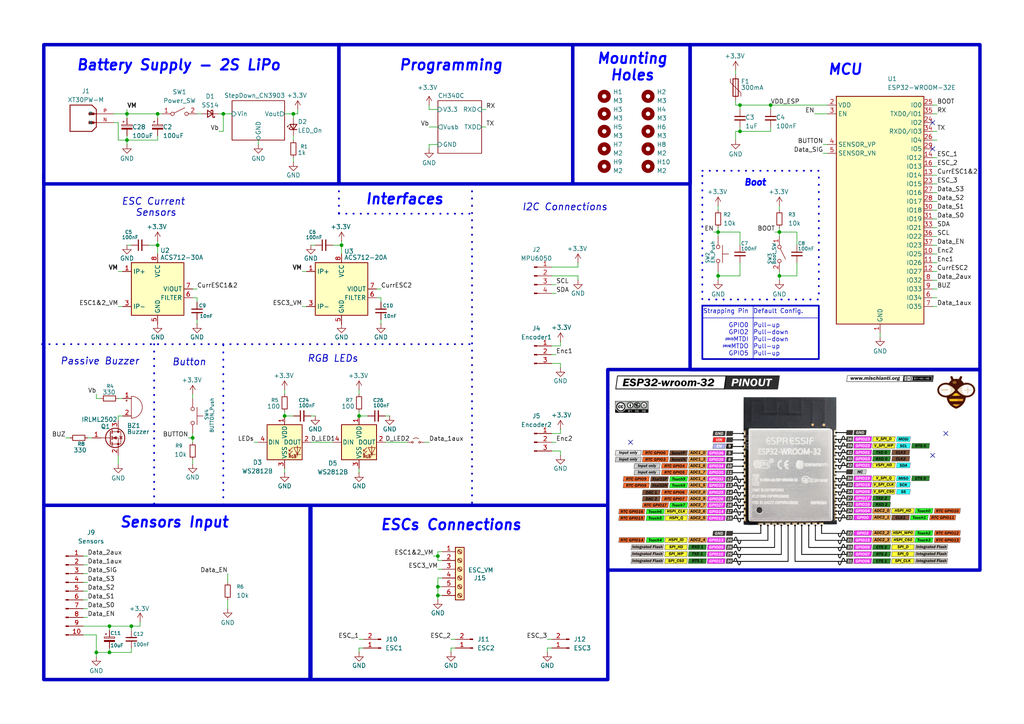
<source format=kicad_sch>
(kicad_sch (version 20250114) (generator "eeschema") (generator_version "9.0")
  (paper "A4")
  (title_block (title "MagicAlonso main control PCB") (date "2025-06-01") (company "JRegi"))
  (rectangle (start 299.72 17.018) (end 348.488 21.59))
  (rectangle (start 12.7 12.954) (end 98.298 53.34) (stroke (width 1)))
  (rectangle (start 299.72 21.59) (end 320.802 49.53))
  (rectangle (start 98.298 12.954) (end 166.116 53.34) (stroke (width 1)))
  (rectangle (start 166.116 12.954) (end 200.152 53.34) (stroke (width 1)))
  (rectangle (start 200.152 12.954) (end 284.226 107.188) (stroke (width 1)))
  (rectangle (start 203.708 88.646) (end 237.49 92.202))
  (rectangle (start 12.7 146.558) (end 89.916 197.104) (stroke (width 1)))
  (rectangle (start 320.802 21.59) (end 341.884 49.53))
  (rectangle (start 203.708 88.646) (end 237.49 104.14) (stroke (width 0.5)))
  (rectangle (start 203.708 49.53) (end 237.49 86.868) (stroke (width 0.5) (type dot)))
  (rectangle (start 341.884 21.59) (end 362.966 49.53))
  (rectangle (start 90.17 146.558) (end 176.276 197.104) (stroke (width 1)))
  (rectangle (start 176.276 107.188) (end 284.226 165.354) (stroke (width 1)))
  (text "ESC Current \nSensors\n" (at 45.212 60.198 0) (effects (font (size 2 2) (thickness 0.25) (italic yes))))
  (text "X" (at 356.87 38.862 0) (effects (font (size 1.27 1.27) (thickness 0.254) (bold yes))))
  (text "Strapping Pin\n\nGPIO0\nGPIO2\nMTDI\nMTDO\nGPIO5" (at 217.17 96.52 0) (effects (font (size 1.27 1.27)) (justify right)))
  (text "Inputs" (at 304.292 23.622 0) (effects (font (size 1.27 1.27))))
  (text "X" (at 354.838 29.972 0) (effects (font (size 1.27 1.27) (thickness 0.254) (bold yes))))
  (text "(IO12)" (at 212.852 98.552 0) (effects (font (size 0.5 0.5) (italic yes)) (justify right)))
  (text "X" (at 334.772 41.148 0) (effects (font (size 1.27 1.27) (thickness 0.254) (bold yes))))
  (text "X" (at 311.912 27.178 0) (effects (font (size 1.27 1.27) (thickness 0.254) (bold yes))))
  (text "Passive Buzzer" (at 28.956 104.902 0) (effects (font (size 2 2) (thickness 0.25) (italic yes))))
  (text "(IO15)" (at 212.09 100.584 0) (effects (font (size 0.5 0.5) (italic yes)) (justify right)))
  (text "X" (at 330.708 27.178 0) (effects (font (size 1.27 1.27) (thickness 0.254) (bold yes))))
  (text "I2C Connectíons" (at 163.83 60.198 0) (effects (font (size 2 2) (thickness 0.25) (italic yes))))
  (text "X" (at 309.118 43.688 0) (effects (font (size 1.27 1.27) (thickness 0.254) (bold yes))))
  (text "X" (at 309.118 46.482 0) (effects (font (size 1.27 1.27) (thickness 0.254) (bold yes))))
  (text "X" (at 354.838 32.512 0) (effects (font (size 1.27 1.27) (thickness 0.254) (bold yes))))
  (text "X" (at 356.87 41.402 0) (effects (font (size 1.27 1.27) (thickness 0.254) (bold yes))))
  (text "X" (at 334.772 35.814 0) (effects (font (size 1.27 1.27) (thickness 0.254) (bold yes))))
  (text "Mounting\nHoles\n" (at 183.388 19.558 0) (effects (font (size 3 3) (thickness 0.6) (bold yes) (italic yes))))
  (text "X" (at 312.674 30.734 0) (effects (font (size 1.27 1.27) (thickness 0.254) (bold yes))))
  (text "ESP32 connections" (at 324.612 19.558 0) (effects (font (size 2 2) (thickness 0.254) (bold yes))))
  (text "X" (at 334.772 38.608 0) (effects (font (size 1.27 1.27) (thickness 0.254) (bold yes))))
  (text "X" (at 356.87 36.068 0) (effects (font (size 1.27 1.27) (thickness 0.254) (bold yes))))
  (text "Battery Supply - 2S LiPo" (at 51.816 19.05 0) (effects (font (size 3 3) (thickness 0.6) (bold yes) (italic yes))))
  (text "Sensors Input" (at 50.546 151.638 0) (effects (font (size 3 3) (thickness 0.6) (bold yes) (italic yes))))
  (text "X" (at 316.484 36.068 0) (effects (font (size 1.27 1.27) (thickness 0.254) (bold yes))))
  (text "MCU" (at 245.11 20.32 0) (effects (font (size 3 3) (thickness 0.6) (bold yes) (italic yes))))
  (text "ESCs Connections" (at 130.81 152.4 0) (effects (font (size 3 3) (thickness 0.6) (bold yes) (italic yes))))
  (text "X" (at 354.838 27.178 0) (effects (font (size 1.27 1.27) (thickness 0.254) (bold yes))))
  (text "Boot " (at 219.71 53.086 0) (effects (font (size 1.8 1.8) (thickness 0.6) (bold yes) (italic yes))))
  (text "RGB LEDs" (at 96.52 104.14 0) (effects (font (size 2 2) (thickness 0.25) (italic yes))))
  (text "Outputs\n" (at 325.882 23.622 0) (effects (font (size 1.27 1.27))))
  (text "X" (at 316.484 38.862 0) (effects (font (size 1.27 1.27) (thickness 0.254) (bold yes))))
  (text "Button" (at 54.864 105.156 0) (effects (font (size 2 2) (thickness 0.25) (italic yes))))
  (text "Interfaces" (at 117.348 57.912 0) (effects (font (size 3 3) (thickness 0.6) (bold yes) (italic yes))))
  (text "X" (at 334.772 33.274 0) (effects (font (size 1.27 1.27) (thickness 0.254) (bold yes))))
  (text "Bidirectionals" (at 348.996 23.622 0) (effects (font (size 1.27 1.27))))
  (text "Default Config.\n\nPull-up\nPull-down\nPull-down\nPull-up\nPull-up" (at 218.44 96.52 0) (effects (font (size 1.27 1.27)) (justify left)))
  (text "Programming" (at 130.81 19.05 0) (effects (font (size 3 3) (thickness 0.6) (bold yes) (italic yes))))
  (junction (at 127 161.29))
  (junction (at 214.63 30.48))
  (junction (at 226.06 67.31))
  (junction (at 208.28 80.01))
  (junction (at 27.94 189.23))
  (junction (at 82.55 120.65))
  (junction (at 38.1 181.61))
  (junction (at 104.14 120.65))
  (junction (at 45.72 71.12))
  (junction (at 99.06 71.12))
  (junction (at 223.52 30.48))
  (junction (at 226.06 80.01))
  (junction (at 36.83 33.02))
  (junction (at 36.83 40.64))
  (junction (at 55.88 127))
  (junction (at 45.72 33.02))
  (junction (at 214.63 38.1))
  (junction (at 127 172.72))
  (junction (at 64.77 33.02))
  (junction (at 31.75 189.23))
  (junction (at 31.75 181.61))
  (junction (at 127 170.18))
  (junction (at 85.09 33.02))
  (junction (at 208.28 67.31))
  (no_connect (at 270.51 132.08))
  (no_connect (at 274.32 125.73))
  (no_connect (at 182.88 128.27))
  (no_connect (at 270.51 35.56))
  (no_connect (at 270.51 43.18))
  (wire (pts (xy 226.06 59.69) (xy 226.06 60.96)))
  (wire (pts (xy 85.09 33.02) (xy 82.55 33.02)))
  (wire (pts (xy 160.02 85.09) (xy 161.29 85.09)))
  (wire (pts (xy 25.4 179.07) (xy 24.13 179.07)))
  (wire (pts (xy 36.83 40.64) (xy 36.83 41.91)))
  (wire (pts (xy 24.13 184.15) (xy 27.94 184.15)))
  (wire (pts (xy 43.18 71.12) (xy 45.72 71.12)))
  (wire (pts (xy 223.52 38.1) (xy 223.52 36.83)))
  (wire (pts (xy 104.14 113.03) (xy 104.14 114.3)))
  (wire (pts (xy 57.15 83.82) (xy 55.88 83.82)))
  (wire (pts (xy 99.06 69.85) (xy 99.06 71.12)))
  (wire (pts (xy 231.14 71.12) (xy 231.14 67.31)))
  (wire (pts (xy 91.44 120.65) (xy 90.17 120.65)))
  (wire (pts (xy 167.64 77.47) (xy 160.02 77.47)))
  (wire (pts (xy 19.05 127) (xy 20.32 127)))
  (wire (pts (xy 271.78 88.9) (xy 270.51 88.9)))
  (wire (pts (xy 34.29 40.64) (xy 36.83 40.64)))
  (wire (pts (xy 271.78 71.12) (xy 270.51 71.12)))
  (wire (pts (xy 82.55 135.89) (xy 82.55 137.16)))
  (wire (pts (xy 109.22 86.36) (xy 110.49 86.36)))
  (wire (pts (xy 90.17 128.27) (xy 96.52 128.27)))
  (wire (pts (xy 158.75 189.23) (xy 158.75 187.96)))
  (wire (pts (xy 130.81 185.42) (xy 132.08 185.42)))
  (wire (pts (xy 124.46 36.83) (xy 127 36.83)))
  (wire (pts (xy 31.75 182.88) (xy 31.75 181.61)))
  (wire (pts (xy 270.51 68.58) (xy 271.78 68.58)))
  (wire (pts (xy 73.66 128.27) (xy 74.93 128.27)))
  (wire (pts (xy 82.55 120.65) (xy 85.09 120.65)))
  (wire (pts (xy 271.78 86.36) (xy 270.51 86.36)))
  (wire (pts (xy 74.93 40.64) (xy 74.93 41.91)))
  (wire (pts (xy 31.75 181.61) (xy 24.13 181.61)))
  (wire (pts (xy 231.14 67.31) (xy 226.06 67.31)))
  (wire (pts (xy 27.94 190.5) (xy 27.94 189.23)))
  (wire (pts (xy 226.06 78.74) (xy 226.06 80.01)))
  (wire (pts (xy 213.36 20.32) (xy 213.36 21.59)))
  (wire (pts (xy 167.64 81.28) (xy 167.64 80.01)))
  (wire (pts (xy 35.56 120.65) (xy 34.29 120.65)))
  (wire (pts (xy 208.28 78.74) (xy 208.28 80.01)))
  (wire (pts (xy 45.72 39.37) (xy 45.72 40.64)))
  (wire (pts (xy 113.03 120.65) (xy 111.76 120.65)))
  (wire (pts (xy 271.78 73.66) (xy 270.51 73.66)))
  (wire (pts (xy 128.27 160.02) (xy 127 160.02)))
  (wire (pts (xy 167.64 76.2) (xy 167.64 77.47)))
  (wire (pts (xy 271.78 78.74) (xy 270.51 78.74)))
  (wire (pts (xy 25.4 163.83) (xy 24.13 163.83)))
  (wire (pts (xy 213.36 38.1) (xy 214.63 38.1)))
  (wire (pts (xy 124.46 30.48) (xy 124.46 31.75)))
  (wire (pts (xy 270.51 76.2) (xy 271.78 76.2)))
  (wire (pts (xy 214.63 30.48) (xy 214.63 31.75)))
  (wire (pts (xy 271.78 55.88) (xy 270.51 55.88)))
  (wire (pts (xy 86.36 31.75) (xy 86.36 33.02)))
  (wire (pts (xy 90.17 71.12) (xy 91.44 71.12)))
  (wire (pts (xy 139.7 31.75) (xy 140.97 31.75)))
  (wire (pts (xy 27.94 189.23) (xy 27.94 184.15)))
  (wire (pts (xy 271.78 48.26) (xy 270.51 48.26)))
  (wire (pts (xy 57.15 92.71) (xy 57.15 93.98)))
  (wire (pts (xy 110.49 87.63) (xy 110.49 86.36)))
  (wire (pts (xy 208.28 59.69) (xy 208.28 60.96)))
  (wire (pts (xy 270.51 30.48) (xy 271.78 30.48)))
  (polyline (pts (xy 136.906 53.34) (xy 136.906 146.558)) (stroke (width 0.5) (type dot)))
  (wire (pts (xy 31.75 189.23) (xy 27.94 189.23)))
  (wire (pts (xy 161.29 128.27) (xy 160.02 128.27)))
  (wire (pts (xy 130.81 187.96) (xy 132.08 187.96)))
  (polyline (pts (xy 44.704 99.822) (xy 44.704 146.558)) (stroke (width 0.5) (type dot)))
  (wire (pts (xy 33.02 33.02) (xy 36.83 33.02)))
  (wire (pts (xy 25.4 173.99) (xy 24.13 173.99)))
  (wire (pts (xy 214.63 67.31) (xy 208.28 67.31)))
  (wire (pts (xy 127 161.29) (xy 127 162.56)))
  (wire (pts (xy 214.63 38.1) (xy 223.52 38.1)))
  (wire (pts (xy 25.4 166.37) (xy 24.13 166.37)))
  (wire (pts (xy 162.56 99.06) (xy 162.56 100.33)))
  (wire (pts (xy 130.81 189.23) (xy 130.81 187.96)))
  (wire (pts (xy 34.29 88.9) (xy 35.56 88.9)))
  (wire (pts (xy 208.28 67.31) (xy 208.28 68.58)))
  (wire (pts (xy 110.49 92.71) (xy 110.49 93.98)))
  (wire (pts (xy 139.7 36.83) (xy 140.97 36.83)))
  (wire (pts (xy 25.4 127) (xy 26.67 127)))
  (wire (pts (xy 38.1 187.96) (xy 38.1 189.23)))
  (wire (pts (xy 27.94 114.3) (xy 27.94 115.57)))
  (wire (pts (xy 104.14 120.65) (xy 106.68 120.65)))
  (wire (pts (xy 271.78 60.96) (xy 270.51 60.96)))
  (wire (pts (xy 124.46 43.18) (xy 124.46 41.91)))
  (wire (pts (xy 162.56 105.41) (xy 160.02 105.41)))
  (wire (pts (xy 66.04 173.99) (xy 66.04 176.53)))
  (wire (pts (xy 236.22 33.02) (xy 240.03 33.02)))
  (wire (pts (xy 34.29 115.57) (xy 35.56 115.57)))
  (wire (pts (xy 127 173.99) (xy 127 172.72)))
  (wire (pts (xy 36.83 33.02) (xy 45.72 33.02)))
  (wire (pts (xy 127 170.18) (xy 128.27 170.18)))
  (wire (pts (xy 270.51 50.8) (xy 271.78 50.8)))
  (wire (pts (xy 271.78 81.28) (xy 270.51 81.28)))
  (wire (pts (xy 213.36 30.48) (xy 214.63 30.48)))
  (wire (pts (xy 36.83 33.02) (xy 36.83 34.29)))
  (wire (pts (xy 207.01 67.31) (xy 208.28 67.31)))
  (wire (pts (xy 271.78 45.72) (xy 270.51 45.72)))
  (wire (pts (xy 271.78 53.34) (xy 270.51 53.34)))
  (wire (pts (xy 82.55 113.03) (xy 82.55 114.3)))
  (wire (pts (xy 64.77 33.02) (xy 67.31 33.02)))
  (wire (pts (xy 127 162.56) (xy 128.27 162.56)))
  (wire (pts (xy 87.63 78.74) (xy 88.9 78.74)))
  (wire (pts (xy 214.63 38.1) (xy 214.63 36.83)))
  (wire (pts (xy 85.09 46.99) (xy 85.09 45.72)))
  (wire (pts (xy 34.29 35.56) (xy 34.29 40.64)))
  (wire (pts (xy 111.76 128.27) (xy 118.11 128.27)))
  (wire (pts (xy 271.78 40.64) (xy 270.51 40.64)))
  (wire (pts (xy 104.14 189.23) (xy 104.14 187.96)))
  (wire (pts (xy 226.06 67.31) (xy 226.06 68.58)))
  (wire (pts (xy 127 172.72) (xy 127 170.18)))
  (wire (pts (xy 57.15 87.63) (xy 57.15 86.36)))
  (wire (pts (xy 208.28 66.04) (xy 208.28 67.31)))
  (wire (pts (xy 231.14 80.01) (xy 226.06 80.01)))
  (wire (pts (xy 162.56 130.81) (xy 160.02 130.81)))
  (wire (pts (xy 55.88 127) (xy 55.88 128.27)))
  (wire (pts (xy 167.64 80.01) (xy 160.02 80.01)))
  (wire (pts (xy 271.78 83.82) (xy 270.51 83.82)))
  (wire (pts (xy 127 170.18) (xy 127 167.64)))
  (wire (pts (xy 162.56 100.33) (xy 160.02 100.33)))
  (wire (pts (xy 270.51 33.02) (xy 271.78 33.02)))
  (wire (pts (xy 104.14 185.42) (xy 105.41 185.42)))
  (wire (pts (xy 124.46 128.27) (xy 123.19 128.27)))
  (wire (pts (xy 54.61 127) (xy 55.88 127)))
  (wire (pts (xy 127 160.02) (xy 127 161.29)))
  (wire (pts (xy 87.63 88.9) (xy 88.9 88.9)))
  (wire (pts (xy 238.76 44.45) (xy 240.03 44.45)))
  (wire (pts (xy 161.29 102.87) (xy 160.02 102.87)))
  (wire (pts (xy 158.75 187.96) (xy 160.02 187.96)))
  (wire (pts (xy 162.56 106.68) (xy 162.56 105.41)))
  (wire (pts (xy 238.76 41.91) (xy 240.03 41.91)))
  (wire (pts (xy 36.83 31.75) (xy 36.83 33.02)))
  (wire (pts (xy 124.46 31.75) (xy 127 31.75)))
  (wire (pts (xy 125.73 161.29) (xy 127 161.29)))
  (polyline (pts (xy 98.298 53.34) (xy 98.298 61.976)) (stroke (width 0.5) (type dot)))
  (wire (pts (xy 27.94 115.57) (xy 29.21 115.57)))
  (wire (pts (xy 86.36 33.02) (xy 85.09 33.02)))
  (wire (pts (xy 213.36 29.21) (xy 213.36 30.48)))
  (wire (pts (xy 36.83 40.64) (xy 45.72 40.64)))
  (wire (pts (xy 110.49 83.82) (xy 109.22 83.82)))
  (wire (pts (xy 45.72 69.85) (xy 45.72 71.12)))
  (wire (pts (xy 31.75 181.61) (xy 38.1 181.61)))
  (wire (pts (xy 63.5 33.02) (xy 64.77 33.02)))
  (wire (pts (xy 34.29 78.74) (xy 35.56 78.74)))
  (wire (pts (xy 271.78 58.42) (xy 270.51 58.42)))
  (wire (pts (xy 223.52 30.48) (xy 223.52 31.75)))
  (polyline (pts (xy 218.44 88.9) (xy 218.44 104.14)))
  (wire (pts (xy 255.27 97.79) (xy 255.27 96.52)))
  (wire (pts (xy 85.09 39.37) (xy 85.09 40.64)))
  (polyline (pts (xy 98.298 61.976) (xy 136.906 61.976)) (stroke (width 0.5) (type dot)))
  (wire (pts (xy 64.77 38.1) (xy 64.77 33.02)))
  (wire (pts (xy 104.14 119.38) (xy 104.14 120.65)))
  (wire (pts (xy 45.72 33.02) (xy 46.99 33.02)))
  (wire (pts (xy 158.75 185.42) (xy 160.02 185.42)))
  (wire (pts (xy 38.1 181.61) (xy 38.1 182.88)))
  (wire (pts (xy 162.56 132.08) (xy 162.56 130.81)))
  (wire (pts (xy 214.63 80.01) (xy 208.28 80.01)))
  (wire (pts (xy 40.64 181.61) (xy 40.64 180.34)))
  (wire (pts (xy 99.06 71.12) (xy 99.06 73.66)))
  (wire (pts (xy 226.06 66.04) (xy 226.06 67.31)))
  (wire (pts (xy 25.4 176.53) (xy 24.13 176.53)))
  (wire (pts (xy 38.1 181.61) (xy 40.64 181.61)))
  (wire (pts (xy 231.14 76.2) (xy 231.14 80.01)))
  (wire (pts (xy 25.4 161.29) (xy 24.13 161.29)))
  (wire (pts (xy 224.79 67.31) (xy 226.06 67.31)))
  (wire (pts (xy 124.46 41.91) (xy 127 41.91)))
  (polyline (pts (xy 12.192 99.822) (xy 136.906 99.822)) (stroke (width 0.5) (type dot)))
  (wire (pts (xy 223.52 30.48) (xy 240.03 30.48)))
  (wire (pts (xy 57.15 86.36) (xy 55.88 86.36)))
  (wire (pts (xy 208.28 80.01) (xy 208.28 81.28)))
  (wire (pts (xy 34.29 120.65) (xy 34.29 121.92)))
  (wire (pts (xy 63.5 38.1) (xy 64.77 38.1)))
  (wire (pts (xy 214.63 76.2) (xy 214.63 80.01)))
  (wire (pts (xy 162.56 125.73) (xy 160.02 125.73)))
  (wire (pts (xy 55.88 114.3) (xy 55.88 115.57)))
  (wire (pts (xy 127 165.1) (xy 128.27 165.1)))
  (wire (pts (xy 34.29 35.56) (xy 33.02 35.56)))
  (wire (pts (xy 213.36 38.1) (xy 213.36 40.64)))
  (wire (pts (xy 25.4 168.91) (xy 24.13 168.91)))
  (wire (pts (xy 36.83 39.37) (xy 36.83 40.64)))
  (wire (pts (xy 271.78 63.5) (xy 270.51 63.5)))
  (wire (pts (xy 45.72 33.02) (xy 45.72 34.29)))
  (wire (pts (xy 36.83 71.12) (xy 38.1 71.12)))
  (polyline (pts (xy 64.77 100.076) (xy 64.77 146.812)) (stroke (width 0.5) (type dot)))
  (wire (pts (xy 82.55 119.38) (xy 82.55 120.65)))
  (wire (pts (xy 104.14 137.16) (xy 104.14 135.89)))
  (wire (pts (xy 55.88 125.73) (xy 55.88 127)))
  (wire (pts (xy 66.04 166.37) (xy 66.04 168.91)))
  (wire (pts (xy 25.4 171.45) (xy 24.13 171.45)))
  (wire (pts (xy 85.09 33.02) (xy 85.09 34.29)))
  (wire (pts (xy 96.52 71.12) (xy 99.06 71.12)))
  (wire (pts (xy 55.88 133.35) (xy 55.88 134.62)))
  (wire (pts (xy 31.75 189.23) (xy 38.1 189.23)))
  (wire (pts (xy 127 172.72) (xy 128.27 172.72)))
  (wire (pts (xy 45.72 71.12) (xy 45.72 73.66)))
  (wire (pts (xy 104.14 187.96) (xy 105.41 187.96)))
  (wire (pts (xy 270.51 38.1) (xy 271.78 38.1)))
  (wire (pts (xy 160.02 82.55) (xy 161.29 82.55)))
  (wire (pts (xy 31.75 187.96) (xy 31.75 189.23)))
  (polyline (pts (xy 12.7 50.8) (xy 12.7 146.558)) (stroke (width 1) (type solid)))
  (wire (pts (xy 127 167.64) (xy 128.27 167.64)))
  (wire (pts (xy 57.15 33.02) (xy 58.42 33.02)))
  (wire (pts (xy 226.06 80.01) (xy 226.06 81.28)))
  (wire (pts (xy 34.29 132.08) (xy 34.29 134.62)))
  (wire (pts (xy 270.51 66.04) (xy 271.78 66.04)))
  (wire (pts (xy 214.63 30.48) (xy 223.52 30.48)))
  (wire (pts (xy 214.63 71.12) (xy 214.63 67.31)))
  (wire (pts (xy 162.56 124.46) (xy 162.56 125.73)))
  (image (at 230.632 136.398) (scale 0.154297))
  (label "Data_SIG" (at 302.26 31.75 0))
  (label "LEDs" (at 73.66 128.27 180))
  (label "Data_EN" (at 345.44 41.91 0))
  (label "BUTTON" (at 302.26 27.94 0))
  (label "BOOT" (at 271.78 30.48 0))
  (label "Data_S1" (at 25.4 173.99 0))
  (label "D_LED2" (at 111.76 128.27 0))
  (label "Data_SIG" (at 238.76 44.45 180))
  (label "Data_S2" (at 25.4 171.45 0))
  (label "ESC_1" (at 104.14 185.42 180))
  (label "Vb" (at 63.5 38.1 180))
  (label "RX" (at 140.97 31.75 0))
  (label "ESC1&2_VM" (at 34.29 88.9 180))
  (label "SDA" (at 161.29 85.09 0))
  (label "EN" (at 236.22 33.02 180))
  (label "VM" (at 34.29 78.74 180) (effects (font (thickness 0.254) (bold yes))))
  (label "Data_S0" (at 323.85 41.91 0))
  (label "ESC_3" (at 345.44 27.94 0))
  (label "Data_S1" (at 323.85 39.37 0))
  (label "ESC_2" (at 130.81 185.42 180))
  (label "Enc1" (at 161.29 102.87 0))
  (label "BUZ" (at 19.05 127 180))
  (label "ESC_3" (at 158.75 185.42 180))
  (label "VDD_ESP" (at 223.52 30.48 0))
  (label "Vb" (at 124.46 36.83 180))
  (label "Data_EN" (at 25.4 179.07 0))
  (label "SCL" (at 271.78 68.58 0))
  (label "TX" (at 140.97 36.83 0))
  (label "Data_2aux" (at 271.78 81.28 0))
  (label "Data_S1" (at 271.78 60.96 0))
  (label "ESC_2" (at 271.78 48.26 0))
  (label "Data_S3" (at 271.78 55.88 0))
  (label "Data_2aux" (at 345.44 36.83 0))
  (label "Data_S2" (at 323.85 36.83 0))
  (label "CurrESC2" (at 110.49 83.82 0))
  (label "Data_1aux" (at 271.78 88.9 0))
  (label "ESC_1" (at 271.78 45.72 0))
  (label "ESC1&2_VM" (at 125.73 161.29 180))
  (label "CurrESC2" (at 302.26 36.83 0))
  (label "Data_1aux" (at 124.46 128.27 0))
  (label "Data_EN" (at 66.04 166.37 180))
  (label "TX" (at 271.78 38.1 0))
  (label "VM" (at 87.63 78.74 180) (effects (font (thickness 0.254) (bold yes))))
  (label "ESC_1" (at 345.44 33.02 0))
  (label "Vb" (at 27.94 114.3 180))
  (label "Enc1" (at 271.78 76.2 0))
  (label "CurrESC1&2" (at 271.78 50.8 0))
  (label "CurrESC1&2" (at 302.26 39.37 0))
  (label "Data_SIG" (at 25.4 166.37 0))
  (label "BUTTON" (at 54.61 127 180))
  (label "ESC3_VM" (at 87.63 88.9 180))
  (label "Enc2" (at 161.29 128.27 0))
  (label "Enc1" (at 302.26 46.99 0))
  (label "BUZ" (at 271.78 83.82 0))
  (label "Data_S0" (at 271.78 63.5 0))
  (label "SCL" (at 161.29 82.55 0))
  (label "Data_S2" (at 271.78 58.42 0))
  (label "BUZ" (at 323.85 27.94 0))
  (label "Data_1aux" (at 25.4 163.83 0))
  (label "D_LED1" (at 90.17 128.27 0))
  (label "Data_EN" (at 271.78 71.12 0))
  (label "Enc2" (at 271.78 73.66 0))
  (label "BUTTON" (at 238.76 41.91 180))
  (label "CurrESC1&2" (at 57.15 83.82 0))
  (label "CurrESC2" (at 271.78 78.74 0))
  (label "EN" (at 207.01 67.31 180))
  (label "VM" (at 36.83 31.75 0) (effects (font (thickness 0.254) (bold yes))))
  (label "Data_S0" (at 25.4 176.53 0))
  (label "ESC_2" (at 345.44 30.48 0))
  (label "Data_2aux" (at 25.4 161.29 0))
  (label "ESC_3" (at 271.78 53.34 0))
  (label "Data_S3" (at 25.4 168.91 0))
  (label "RX" (at 271.78 33.02 0))
  (label "Data_S3" (at 323.85 34.29 0))
  (label "ESC3_VM" (at 127 165.1 180))
  (label "Enc2" (at 302.26 44.45 0))
  (label "SDA" (at 271.78 66.04 0))
  (label "Data_1aux" (at 345.44 39.37 0))
  (label "BOOT" (at 224.79 67.31 180))
  (symbol (lib_id "LED:WS2812B") (at 82.55 128.27 0) (unit 1)
    (property "Reference" "D3" (at 74.676 134.112 0))
    (property "Value" "WS2812B" (at 74.676 136.652 0))
    (property "Footprint" "LED_SMD:LED_WS2812B_PLCC4_5.0x5.0mm_P3.2mm" (effects (hide yes)))
    (property "Datasheet" "https://cdn-shop.adafruit.com/datasheets/WS2812B.pdf" (effects (hide yes)))
    (property "Description" "RGB LED with integrated controller" (effects (hide yes)))
  )
  (symbol (lib_id "Connector:Conn_01x02_Pin") (at 137.16 187.96 180) (unit 1)
    (property "Reference" "J11" (at 138.43 185.4199 0) (effects (justify right)))
    (property "Value" "ESC2" (at 138.43 187.9599 0) (effects (justify right)))
    (property "Footprint" "Connector_JST:JST_XH_S2B-XH-A_1x02_P2.50mm_Horizontal" (effects (hide yes)))
    (property "Description" "Generic connector, single row, 01x02, script generated" (effects (hide yes)))
  )
  (symbol (lib_id "Mechanical:MountingHole") (at 175.26 38.1 0) (unit 1) (in_bom no)
    (property "Reference" "H5" (at 177.8 36.8299 0) (effects (justify left)))
    (property "Value" "M3" (at 177.8 39.3699 0) (effects (justify left)))
    (property "Footprint" "MountingHole:MountingHole_3mm" (effects (hide yes)))
    (property "Description" "Mounting Hole without connection" (effects (hide yes)))
  )
  (symbol (lib_id "power:GND") (at 74.93 41.91 0) (unit 1)
    (property "Reference" "#PWR05" (effects (hide yes)))
    (property "Value" "GND" (at 74.93 45.974 0))
    (property "Description" "Power symbol creates a global label with name \"GND\" , ground" (effects (hide yes)))
  )
  (symbol (lib_id "Device:C_Small") (at 40.64 71.12 90) (unit 1)
    (property "Reference" "C5" (at 38.354 67.31 90) (effects (font (size 1 1)) (justify left)))
    (property "Value" "100nF" (at 40.132 68.834 90) (effects (font (size 1 1)) (justify left)))
    (property "Footprint" "Capacitor_SMD:C_0603_1608Metric" (effects (hide yes)))
    (property "Description" "Unpolarized capacitor, small symbol" (effects (hide yes)))
  )
  (symbol (lib_id "power:GND") (at 213.36 40.64 0) (unit 1)
    (property "Reference" "#PWR06" (effects (hide yes)))
    (property "Value" "GND" (at 213.36 44.704 0))
    (property "Description" "Power symbol creates a global label with name \"GND\" , ground" (effects (hide yes)))
  )
  (symbol (lib_id "power:GND") (at 104.14 137.16 0) (unit 1)
    (property "Reference" "#PWR035" (effects (hide yes)))
    (property "Value" "GND" (at 104.14 140.97 0))
    (property "Description" "Power symbol creates a global label with name \"GND\" , ground" (effects (hide yes)))
  )
  (symbol (lib_id "power:+3.3V") (at 162.56 99.06 0) (mirror y) (unit 1)
    (property "Reference" "#PWR025" (effects (hide yes)))
    (property "Value" "+3.3V" (at 162.814 94.996 0))
    (property "Description" "Power symbol creates a global label with name \"+3.3V\"" (effects (hide yes)))
  )
  (symbol (lib_id "Device:C_Polarized_Small") (at 45.72 36.83 0) (unit 1)
    (property "Reference" "C2" (at 47.244 36.83 0) (effects (justify left)))
    (property "Value" "100uF" (at 47.244 39.37 0) (effects (justify left)))
    (property "Footprint" "Capacitor_SMD:CP_Elec_6.3x5.4" (effects (hide yes)))
    (property "Description" "Polarized capacitor, small symbol" (effects (hide yes)))
  )
  (symbol (lib_id "power:GND") (at 45.72 93.98 0) (unit 1)
    (property "Reference" "#PWR021" (effects (hide yes)))
    (property "Value" "GND" (at 45.72 97.79 0))
    (property "Description" "Power symbol creates a global label with name \"GND\" , ground" (effects (hide yes)))
  )
  (symbol (lib_id "power:+3.3V") (at 162.56 124.46 0) (mirror y) (unit 1)
    (property "Reference" "#PWR030" (effects (hide yes)))
    (property "Value" "+3.3V" (at 162.814 120.396 0))
    (property "Description" "Power symbol creates a global label with name \"+3.3V\"" (effects (hide yes)))
  )
  (symbol (lib_id "Connector:Conn_01x03_Pin") (at 154.94 102.87 0) (unit 1)
    (property "Reference" "J4" (at 155.575 95.25 0))
    (property "Value" "Encoder1" (at 155.575 97.79 0))
    (property "Footprint" "Connector_JST:JST_XH_B3B-XH-A_1x03_P2.50mm_Vertical" (effects (hide yes)))
    (property "Description" "Generic connector, single row, 01x03, script generated" (effects (hide yes)))
  )
  (symbol (lib_id "Device:C_Small") (at 223.52 34.29 0) (unit 1)
    (property "Reference" "C4" (at 225.044 34.036 0) (effects (justify left)))
    (property "Value" "100nF" (at 225.044 36.576 0) (effects (justify left)))
    (property "Footprint" "Capacitor_SMD:C_0805_2012Metric" (effects (hide yes)))
    (property "Description" "Unpolarized capacitor, small symbol" (effects (hide yes)))
  )
  (symbol (lib_id "Device:R_Small") (at 31.75 115.57 270) (unit 1)
    (property "Reference" "R4" (at 33.02 112.014 90) (effects (font (size 1.016 1.016)) (justify right)))
    (property "Value" "330" (at 33.528 113.792 90) (effects (justify right)))
    (property "Footprint" "Resistor_SMD:R_1206_3216Metric" (effects (hide yes)))
    (property "Description" "Resistor, small symbol" (effects (hide yes)))
  )
  (symbol (lib_id "Switch:SW_Push") (at 208.28 73.66 270) (unit 1)
    (property "Reference" "SW2" (at 205.232 73.152 0) (effects (font (size 1 1)) (justify left)))
    (property "Value" "EN_Push" (at 206.756 69.85 0) (effects (font (size 1 1)) (justify left)))
    (property "Footprint" "Button_Switch_SMD:SW_SPST_CK_RS282G05A3" (effects (hide yes)))
    (property "Description" "Push button switch, generic, two pins" (effects (hide yes)))
  )
  (symbol (lib_id "Device:C_Small") (at 214.63 34.29 0) (unit 1)
    (property "Reference" "C3" (at 216.154 34.036 0) (effects (justify left)))
    (property "Value" "1uF" (at 216.154 36.576 0) (effects (justify left)))
    (property "Footprint" "Capacitor_SMD:C_0805_2012Metric" (effects (hide yes)))
    (property "Description" "Unpolarized capacitor, small symbol" (effects (hide yes)))
  )
  (symbol (lib_id "power:+3.3V") (at 208.28 59.69 0) (unit 1)
    (property "Reference" "#PWR09" (effects (hide yes)))
    (property "Value" "+3.3V" (at 208.026 55.626 0))
    (property "Description" "Power symbol creates a global label with name \"+3.3V\"" (effects (hide yes)))
  )
  (symbol (lib_id "MixLib:XT30PW-M") (at 27.94 33.02 0) (unit 1)
    (property "Reference" "J1" (at 24.892 26.416 0))
    (property "Value" "XT30PW-M" (at 24.892 28.956 0))
    (property "Footprint" "XT30PW-M:AMASS_XT30PW-M" (effects (hide yes)))
    (property "MF" "AMASS" (effects (hide yes)))
    (property "MAXIMUM_PACKAGE_HEIGHT" "5 mm" (effects (hide yes)))
    (property "Package" "None" (effects (hide yes)))
    (property "Price" "None" (effects (hide yes)))
    (property "Check_prices" "https://www.snapeda.com/parts/XT30PW-M/AMASS/view-part/?ref=eda" (effects (hide yes)))
    (property "STANDARD" "Manufacturer Recommendations" (effects (hide yes)))
    (property "PARTREV" "1.2" (effects (hide yes)))
    (property "SnapEDA_Link" "https://www.snapeda.com/parts/XT30PW-M/AMASS/view-part/?ref=snap" (effects (hide yes)))
    (property "MP" "XT30PW-M" (effects (hide yes)))
    (property "Description_1" "Socket; DC supply; XT30; male; PIN: 2; on PCBs; THT; Colour: yellow" (effects (hide yes)))
    (property "MANUFACTURER" "Amass" (effects (hide yes)))
    (property "Availability" "Not in stock" (effects (hide yes)))
    (property "SNAPEDA_PN" "XT30PW-M" (effects (hide yes)))
  )
  (symbol (lib_id "Device:LED_Small") (at 85.09 36.83 90) (unit 1)
    (property "Reference" "D2" (at 86.36 35.306 90) (effects (justify right)))
    (property "Value" "LED_On" (at 86.36 37.846 90) (effects (justify right)))
    (property "Footprint" "MixLib:LED_0805_2012Metric" (effects (hide yes)))
    (property "Description" "Light emitting diode, small symbol" (effects (hide yes)))
    (property "Sim.Pin" "1=K 2=A" (effects (hide yes)))
  )
  (symbol (lib_id "power:GND") (at 124.46 43.18 0) (unit 1)
    (property "Reference" "#PWR07" (effects (hide yes)))
    (property "Value" "GND" (at 124.46 47.244 0))
    (property "Description" "Power symbol creates a global label with name \"GND\" , ground" (effects (hide yes)))
  )
  (symbol (lib_id "Device:R_Small") (at 66.04 171.45 180) (unit 1)
    (property "Reference" "R6" (at 68.58 170.1799 0) (effects (font (size 1.016 1.016)) (justify right)))
    (property "Value" "10k" (at 68.58 172.7199 0) (effects (justify right)))
    (property "Footprint" "Resistor_SMD:R_0805_2012Metric" (effects (hide yes)))
    (property "Description" "Resistor, small symbol" (effects (hide yes)))
  )
  (symbol (lib_id "Switch:SW_SPST") (at 226.06 73.66 270) (unit 1)
    (property "Reference" "SW3" (at 223.266 73.406 0) (effects (font (size 1 1)) (justify left)))
    (property "Value" "Boot_SW" (at 224.536 70.358 0) (effects (font (size 1 1)) (justify left)))
    (property "Footprint" "MixLib:SW_Slide-03_P2.54_L9_W4_H7" (effects (hide yes)))
    (property "Description" "Single Pole Single Throw (SPST) switch" (effects (hide yes)))
  )
  (symbol (lib_id "power:+3.3V") (at 86.36 31.75 0) (unit 1)
    (property "Reference" "#PWR02" (effects (hide yes)))
    (property "Value" "+3.3V" (at 86.106 27.686 0))
    (property "Description" "Power symbol creates a global label with name \"+3.3V\"" (effects (hide yes)))
  )
  (symbol (lib_id "power:GND") (at 167.64 81.28 0) (unit 1)
    (property "Reference" "#PWR017" (effects (hide yes)))
    (property "Value" "GND" (at 167.64 85.09 0))
    (property "Description" "Power symbol creates a global label with name \"GND\" , ground" (effects (hide yes)))
  )
  (symbol (lib_id "power:GND") (at 110.49 93.98 0) (unit 1)
    (property "Reference" "#PWR024" (effects (hide yes)))
    (property "Value" "GND" (at 110.49 97.79 0))
    (property "Description" "Power symbol creates a global label with name \"GND\" , ground" (effects (hide yes)))
  )
  (symbol (lib_id "power:GND") (at 36.83 71.12 0) (unit 1)
    (property "Reference" "#PWR013" (effects (hide yes)))
    (property "Value" "GND" (at 36.83 74.93 0))
    (property "Description" "Power symbol creates a global label with name \"GND\" , ground" (effects (hide yes)))
  )
  (symbol (lib_id "power:+3.3V") (at 124.46 30.48 0) (unit 1)
    (property "Reference" "#PWR03" (effects (hide yes)))
    (property "Value" "+3.3V" (at 123.952 25.4 0))
    (property "Description" "Power symbol creates a global label with name \"+3.3V\"" (effects (hide yes)))
  )
  (symbol (lib_id "Device:Polyfuse") (at 213.36 25.4 0) (unit 1)
    (property "Reference" "F1" (at 214.884 23.622 0) (effects (justify left)))
    (property "Value" "300mA" (at 214.884 25.4 0) (effects (justify left)))
    (property "Footprint" "Fuse:Fuse_1812_4532Metric_Pad1.30x3.40mm_HandSolder" (effects (hide yes)))
    (property "Description" "Resettable fuse, polymeric positive temperature coefficient" (effects (hide yes)))
  )
  (symbol (lib_id "power:GND") (at 90.17 71.12 0) (unit 1)
    (property "Reference" "#PWR014" (effects (hide yes)))
    (property "Value" "GND" (at 90.17 74.93 0))
    (property "Description" "Power symbol creates a global label with name \"GND\" , ground" (effects (hide yes)))
  )
  (symbol (lib_id "power:GND") (at 34.29 134.62 0) (unit 1)
    (property "Reference" "#PWR032" (effects (hide yes)))
    (property "Value" "GND" (at 34.29 138.684 0))
    (property "Description" "Power symbol creates a global label with name \"GND\" , ground" (effects (hide yes)))
  )
  (symbol (lib_id "power:GND") (at 66.04 176.53 0) (unit 1)
    (property "Reference" "#PWR047" (effects (hide yes)))
    (property "Value" "GND" (at 66.04 180.594 0))
    (property "Description" "Power symbol creates a global label with name \"GND\" , ground" (effects (hide yes)))
  )
  (symbol (lib_id "power:GND") (at 85.09 46.99 0) (unit 1)
    (property "Reference" "#PWR08" (effects (hide yes)))
    (property "Value" "GND" (at 85.09 50.8 0))
    (property "Description" "Power symbol creates a global label with name \"GND\" , ground" (effects (hide yes)))
  )
  (symbol (lib_id "power:GND") (at 55.88 134.62 0) (unit 1)
    (property "Reference" "#PWR033" (effects (hide yes)))
    (property "Value" "GND" (at 55.88 138.43 0))
    (property "Description" "Power symbol creates a global label with name \"GND\" , ground" (effects (hide yes)))
  )
  (symbol (lib_id "Connector:Conn_01x10_Pin") (at 19.05 171.45 0) (unit 1)
    (property "Reference" "J9" (at 26.416 154.432 0))
    (property "Value" "Sensors" (at 26.416 156.972 0))
    (property "Footprint" "Connector_JST:JST_XH_S10B-XH-A_1x10_P2.50mm_Horizontal" (effects (hide yes)))
    (property "Description" "Generic connector, single row, 01x10, script generated" (effects (hide yes)))
  )
  (symbol (lib_id "Sensor_Current:ACS712xLCTR-20A") (at 99.06 83.82 0) (unit 1)
    (property "Reference" "U3" (at 99.822 72.898 0) (effects (justify left)))
    (property "Value" "ACS712-20A" (at 99.822 74.676 0) (effects (justify left)))
    (property "Footprint" "Package_SO:SOIC-8_3.9x4.9mm_P1.27mm" (effects (hide yes)))
    (property "Datasheet" "http://www.allegromicro.com/~/media/Files/Datasheets/ACS712-Datasheet.ashx?la=en" (effects (hide yes)))
    (property "Description" "±20A Bidirectional Hall-Effect Current Sensor, +5.0V supply, 100mV/A, SOIC-8" (effects (hide yes)))
  )
  (symbol (lib_id "power:+3.3V") (at 213.36 20.32 0) (unit 1)
    (property "Reference" "#PWR01" (effects (hide yes)))
    (property "Value" "+3.3V" (at 213.106 16.256 0))
    (property "Description" "Power symbol creates a global label with name \"+3.3V\"" (effects (hide yes)))
  )
  (symbol (lib_id "power:+3.3V") (at 40.64 180.34 0) (unit 1)
    (property "Reference" "#PWR038" (effects (hide yes)))
    (property "Value" "+3.3V" (at 40.386 176.53 0))
    (property "Description" "Power symbol creates a global label with name \"+3.3V\"" (effects (hide yes)))
  )
  (symbol (lib_id "power:GND") (at 127 173.99 0) (unit 1)
    (property "Reference" "#PWR054" (effects (hide yes)))
    (property "Value" "GND" (at 127 177.8 0))
    (property "Description" "Power symbol creates a global label with name \"GND\" , ground" (effects (hide yes)))
  )
  (symbol (lib_id "power:GND") (at 208.28 81.28 0) (unit 1)
    (property "Reference" "#PWR019" (effects (hide yes)))
    (property "Value" "GND" (at 208.28 85.344 0))
    (property "Description" "Power symbol creates a global label with name \"GND\" , ground" (effects (hide yes)))
  )
  (symbol (lib_id "Connector:Conn_01x03_Pin") (at 154.94 128.27 0) (unit 1)
    (property "Reference" "J5" (at 155.575 120.65 0))
    (property "Value" "Encoder2" (at 155.575 123.19 0))
    (property "Footprint" "Connector_JST:JST_XH_B3B-XH-A_1x03_P2.50mm_Vertical" (effects (hide yes)))
    (property "Description" "Generic connector, single row, 01x03, script generated" (effects (hide yes)))
  )
  (symbol (lib_id "power:+3.3V") (at 82.55 113.03 0) (unit 1)
    (property "Reference" "#PWR028" (effects (hide yes)))
    (property "Value" "+3.3V" (at 82.296 108.966 0))
    (property "Description" "Power symbol creates a global label with name \"+3.3V\"" (effects (hide yes)))
  )
  (symbol (lib_id "Device:Buzzer") (at 38.1 118.11 0) (unit 1)
    (property "Reference" "BZ1" (at 36.83 123.444 0) (effects (justify left)))
    (property "Value" "Buzzer" (at 36.83 125.222 0) (effects (justify left)))
    (property "Footprint" "Buzzer_Beeper:Buzzer_12x9.5RM7.6" (effects (hide yes)))
    (property "Description" "Buzzer, polarized" (effects (hide yes)))
  )
  (symbol (lib_id "power:+3.3V") (at 167.64 76.2 0) (unit 1)
    (property "Reference" "#PWR015" (effects (hide yes)))
    (property "Value" "+3.3V" (at 167.386 72.136 0))
    (property "Description" "Power symbol creates a global label with name \"+3.3V\"" (effects (hide yes)))
  )
  (symbol (lib_id "power:+3.3V") (at 55.88 114.3 0) (unit 1)
    (property "Reference" "#PWR029" (effects (hide yes)))
    (property "Value" "+3.3V" (at 55.626 110.236 0))
    (property "Description" "Power symbol creates a global label with name \"+3.3V\"" (effects (hide yes)))
  )
  (symbol (lib_id "power:GND") (at 36.83 41.91 0) (unit 1)
    (property "Reference" "#PWR04" (effects (hide yes)))
    (property "Value" "GND" (at 36.83 45.974 0))
    (property "Description" "Power symbol creates a global label with name \"GND\" , ground" (effects (hide yes)))
  )
  (symbol (lib_id "power:GND") (at 113.03 120.65 0) (unit 1)
    (property "Reference" "#PWR071" (effects (hide yes)))
    (property "Value" "GND" (at 113.03 124.46 0))
    (property "Description" "Power symbol creates a global label with name \"GND\" , ground" (effects (hide yes)))
  )
  (symbol (lib_id "Jumper:Jumper_2_Small_Open") (at 120.65 128.27 0) (unit 1)
    (property "Reference" "JP1" (effects (hide yes)))
    (property "Value" "Jumper_2_Small_Open" (effects (hide yes)))
    (property "Footprint" "Resistor_SMD:R_1206_3216Metric" (effects (hide yes)))
    (property "Description" "Jumper, 2-pole, small symbol, open" (effects (hide yes)))
  )
  (symbol (lib_id "Connector:Conn_01x02_Pin") (at 165.1 187.96 180) (unit 1)
    (property "Reference" "J12" (at 166.37 185.4199 0) (effects (justify right)))
    (property "Value" "ESC3" (at 166.37 187.9599 0) (effects (justify right)))
    (property "Footprint" "Connector_JST:JST_XH_S2B-XH-A_1x02_P2.50mm_Horizontal" (effects (hide yes)))
    (property "Description" "Generic connector, single row, 01x02, script generated" (effects (hide yes)))
  )
  (symbol (lib_id "Device:R_Small") (at 82.55 116.84 180) (unit 1)
    (property "Reference" "R5" (at 80.772 116.078 0) (effects (font (size 1.016 1.016)) (justify left)))
    (property "Value" "100" (at 81.28 117.856 0) (effects (justify left)))
    (property "Footprint" "Resistor_SMD:R_0805_2012Metric" (effects (hide yes)))
    (property "Description" "Resistor, small symbol" (effects (hide yes)))
  )
  (symbol (lib_id "Device:C_Small") (at 93.98 71.12 90) (unit 1)
    (property "Reference" "C6" (at 91.694 67.31 90) (effects (font (size 1 1)) (justify left)))
    (property "Value" "100nF" (at 93.472 68.834 90) (effects (font (size 1 1)) (justify left)))
    (property "Footprint" "Capacitor_SMD:C_0603_1608Metric" (effects (hide yes)))
    (property "Description" "Unpolarized capacitor, small symbol" (effects (hide yes)))
  )
  (symbol (lib_id "power:GND") (at 99.06 93.98 0) (unit 1)
    (property "Reference" "#PWR023" (effects (hide yes)))
    (property "Value" "GND" (at 99.06 97.79 0))
    (property "Description" "Power symbol creates a global label with name \"GND\" , ground" (effects (hide yes)))
  )
  (symbol (lib_id "Mechanical:MountingHole") (at 175.26 43.18 0) (unit 1) (in_bom no)
    (property "Reference" "H7" (at 177.8 41.9099 0) (effects (justify left)))
    (property "Value" "M2" (at 177.8 44.4499 0) (effects (justify left)))
    (property "Footprint" "MountingHole:MountingHole_2.2mm_M2" (effects (hide yes)))
    (property "Description" "Mounting Hole without connection" (effects (hide yes)))
  )
  (symbol (lib_id "Device:R_Small") (at 226.06 63.5 180) (unit 1)
    (property "Reference" "R3" (at 228.6 62.2299 0) (effects (font (size 1.016 1.016)) (justify right)))
    (property "Value" "10k" (at 228.6 64.7699 0) (effects (justify right)))
    (property "Footprint" "Resistor_SMD:R_0603_1608Metric" (effects (hide yes)))
    (property "Description" "Resistor, small symbol" (effects (hide yes)))
  )
  (symbol (lib_id "power:+3.3V") (at 99.06 69.85 0) (unit 1)
    (property "Reference" "#PWR012" (effects (hide yes)))
    (property "Value" "+3.3V" (at 98.806 65.786 0))
    (property "Description" "Power symbol creates a global label with name \"+3.3V\"" (effects (hide yes)))
  )
  (symbol (lib_id "Mechanical:MountingHole") (at 187.96 48.26 0) (unit 1) (in_bom no)
    (property "Reference" "H10" (at 190.5 46.9899 0) (effects (justify left)))
    (property "Value" "M2" (at 190.5 49.5299 0) (effects (justify left)))
    (property "Footprint" "MountingHole:MountingHole_2.2mm_M2" (effects (hide yes)))
    (property "Description" "Mounting Hole without connection" (effects (hide yes)))
  )
  (symbol (lib_id "Transistor_FET:IRLML2060") (at 31.75 127 0) (unit 1)
    (property "Reference" "Q1" (at 29.21 123.698 0) (effects (justify left)))
    (property "Value" "IRLML2502" (at 23.622 121.666 0) (effects (justify left)))
    (property "Footprint" "Package_TO_SOT_SMD:SOT-23" (effects (hide yes)))
    (property "Datasheet" "https://www.infineon.com/dgdl/irlml2060pbf.pdf?fileId=5546d462533600a401535664b7fb25ee" (effects (hide yes)))
    (property "Description" "1.2A Id, 60V Vds, 480mOhm Rds, N-Channel HEXFET Power MOSFET, SOT-23" (effects (hide yes)))
  )
  (symbol (lib_id "power:GND") (at 158.75 189.23 0) (unit 1)
    (property "Reference" "#PWR041" (effects (hide yes)))
    (property "Value" "GND" (at 158.75 193.04 0))
    (property "Description" "Power symbol creates a global label with name \"GND\" , ground" (effects (hide yes)))
  )
  (symbol (lib_id "Device:R_Small") (at 22.86 127 270) (unit 1)
    (property "Reference" "R8" (at 24.638 128.778 90) (effects (font (size 1.016 1.016)) (justify right)))
    (property "Value" "330" (at 25.146 130.556 90) (effects (justify right)))
    (property "Footprint" "Resistor_SMD:R_0805_2012Metric" (effects (hide yes)))
    (property "Description" "Resistor, small symbol" (effects (hide yes)))
  )
  (symbol (lib_id "Mechanical:MountingHole") (at 187.96 27.94 0) (unit 1) (in_bom no)
    (property "Reference" "H2" (at 190.5 26.6699 0) (effects (justify left)))
    (property "Value" "M3" (at 190.5 29.2099 0) (effects (justify left)))
    (property "Footprint" "MountingHole:MountingHole_3mm" (effects (hide yes)))
    (property "Description" "Mounting Hole without connection" (effects (hide yes)))
  )
  (symbol (lib_id "Switch:SW_Push") (at 55.88 120.65 270) (unit 1)
    (property "Reference" "SW4" (at 59.944 118.618 0) (effects (font (size 1 1)) (justify left)))
    (property "Value" "BUTTON_Push" (at 61.468 115.316 0) (effects (font (size 1 1)) (justify left)))
    (property "Footprint" "Button_Switch_SMD:SW_SPST_CK_RS282G05A3" (effects (hide yes)))
    (property "Description" "Push button switch, generic, two pins" (effects (hide yes)))
  )
  (symbol (lib_id "Device:R_Small") (at 85.09 43.18 0) (unit 1)
    (property "Reference" "R1" (at 89.284 42.5129 0) (effects (font (size 1.016 1.016)) (justify right)))
    (property "Value" "1k" (at 88.776 44.2909 0) (effects (justify right)))
    (property "Footprint" "Resistor_SMD:R_0603_1608Metric" (effects (hide yes)))
    (property "Description" "Resistor, small symbol" (effects (hide yes)))
  )
  (symbol (lib_id "Device:C_Small") (at 57.15 90.17 0) (unit 1)
    (property "Reference" "C9" (at 57.658 88.646 0) (effects (font (size 1 1)) (justify left)))
    (property "Value" "10nF" (at 57.912 91.694 0) (effects (font (size 1 1)) (justify left)))
    (property "Footprint" "Capacitor_SMD:C_0805_2012Metric" (effects (hide yes)))
    (property "Description" "Unpolarized capacitor, small symbol" (effects (hide yes)))
  )
  (symbol (lib_id "Device:C_Polarized_Small") (at 31.75 185.42 0) (unit 1)
    (property "Reference" "C11" (at 32.004 183.642 0) (effects (font (size 1 1)) (justify left)))
    (property "Value" "10uF" (at 32.004 187.198 0) (effects (font (size 1 1)) (justify left)))
    (property "Footprint" "Capacitor_SMD:C_0805_2012Metric" (effects (hide yes)))
    (property "Description" "Polarized capacitor, small symbol" (effects (hide yes)))
  )
  (symbol (lib_id "power:+3.3V") (at 104.14 113.03 0) (unit 1)
    (property "Reference" "#PWR036" (effects (hide yes)))
    (property "Value" "+3.3V" (at 103.886 108.966 0))
    (property "Description" "Power symbol creates a global label with name \"+3.3V\"" (effects (hide yes)))
  )
  (symbol (lib_id "Device:R_Small") (at 55.88 130.81 180) (unit 1)
    (property "Reference" "R9" (at 50.8 129.286 0) (effects (font (size 1.016 1.016)) (justify right)))
    (property "Value" "10k" (at 50.546 131.826 0) (effects (justify right)))
    (property "Footprint" "Resistor_SMD:R_0805_2012Metric" (effects (hide yes)))
    (property "Description" "Resistor, small symbol" (effects (hide yes)))
  )
  (symbol (lib_id "Connector:Screw_Terminal_01x06") (at 133.35 165.1 0) (unit 1)
    (property "Reference" "J15" (at 139.192 167.64 0))
    (property "Value" "ESC_VM" (at 139.446 165.354 0))
    (property "Footprint" "TerminalBlock_Phoenix:TerminalBlock_Phoenix_PT-1,5-6-3.5-H_1x06_P3.50mm_Horizontal" (effects (hide yes)))
    (property "Description" "Generic screw terminal, single row, 01x06, script generated (kicad-library-utils/schlib/autogen/connector/)" (effects (hide yes)))
  )
  (symbol (lib_id "Device:C_Small") (at 38.1 185.42 0) (unit 1)
    (property "Reference" "C12" (at 38.608 183.896 0) (effects (font (size 1 1)) (justify left)))
    (property "Value" "100nF" (at 38.608 186.944 0) (effects (font (size 1 1)) (justify left)))
    (property "Footprint" "Capacitor_SMD:C_0805_2012Metric" (effects (hide yes)))
    (property "Description" "Unpolarized capacitor, small symbol" (effects (hide yes)))
  )
  (symbol (lib_id "Device:C_Small") (at 87.63 120.65 90) (unit 1)
    (property "Reference" "C24" (at 89.662 116.078 90) (effects (font (size 1 1)) (justify left)))
    (property "Value" "100nF" (at 91.44 117.602 90) (effects (font (size 1 1)) (justify left)))
    (property "Footprint" "Capacitor_SMD:C_0805_2012Metric" (effects (hide yes)))
    (property "Description" "Unpolarized capacitor, small symbol" (effects (hide yes)))
  )
  (symbol (lib_id "power:+3.3V") (at 45.72 69.85 0) (unit 1)
    (property "Reference" "#PWR011" (effects (hide yes)))
    (property "Value" "+3.3V" (at 45.466 65.786 0))
    (property "Description" "Power symbol creates a global label with name \"+3.3V\"" (effects (hide yes)))
  )
  (symbol (lib_id "Mechanical:MountingHole") (at 187.96 43.18 0) (unit 1) (in_bom no)
    (property "Reference" "H8" (at 190.5 41.9099 0) (effects (justify left)))
    (property "Value" "M2" (at 190.5 44.4499 0) (effects (justify left)))
    (property "Footprint" "MountingHole:MountingHole_2.2mm_M2" (effects (hide yes)))
    (property "Description" "Mounting Hole without connection" (effects (hide yes)))
  )
  (symbol (lib_id "power:GND") (at 162.56 132.08 0) (mirror y) (unit 1)
    (property "Reference" "#PWR031" (effects (hide yes)))
    (property "Value" "GND" (at 162.56 135.89 0))
    (property "Description" "Power symbol creates a global label with name \"GND\" , ground" (effects (hide yes)))
  )
  (symbol (lib_id "power:GND") (at 27.94 190.5 0) (unit 1)
    (property "Reference" "#PWR042" (effects (hide yes)))
    (property "Value" "GND" (at 27.94 194.564 0))
    (property "Description" "Power symbol creates a global label with name \"GND\" , ground" (effects (hide yes)))
  )
  (symbol (lib_id "Device:C_Small") (at 109.22 120.65 90) (unit 1)
    (property "Reference" "C26" (at 111.252 116.078 90) (effects (font (size 1 1)) (justify left)))
    (property "Value" "100nF" (at 113.03 117.602 90) (effects (font (size 1 1)) (justify left)))
    (property "Footprint" "Capacitor_SMD:C_0805_2012Metric" (effects (hide yes)))
    (property "Description" "Unpolarized capacitor, small symbol" (effects (hide yes)))
  )
  (symbol (lib_id "LED:WS2812B") (at 104.14 128.27 0) (unit 1)
    (property "Reference" "D5" (at 96.52 134.366 0))
    (property "Value" "WS2812B" (at 96.52 136.906 0))
    (property "Footprint" "LED_SMD:LED_WS2812B_PLCC4_5.0x5.0mm_P3.2mm" (effects (hide yes)))
    (property "Datasheet" "https://cdn-shop.adafruit.com/datasheets/WS2812B.pdf" (effects (hide yes)))
    (property "Description" "RGB LED with integrated controller" (effects (hide yes)))
  )
  (symbol (lib_id "Device:C_Small") (at 231.14 73.66 0) (unit 1)
    (property "Reference" "C8" (at 231.394 70.612 0) (effects (font (size 1 1)) (justify left)))
    (property "Value" "100nF" (at 231.394 72.136 0) (effects (font (size 1 1)) (justify left)))
    (property "Footprint" "Capacitor_SMD:C_0603_1608Metric" (effects (hide yes)))
    (property "Description" "Unpolarized capacitor, small symbol" (effects (hide yes)))
  )
  (symbol (lib_id "power:GND") (at 255.27 97.79 0) (unit 1)
    (property "Reference" "#PWR026" (effects (hide yes)))
    (property "Value" "GND" (at 255.27 101.854 0))
    (property "Description" "Power symbol creates a global label with name \"GND\" , ground" (effects (hide yes)))
  )
  (symbol (lib_id "power:GND") (at 162.56 106.68 0) (mirror y) (unit 1)
    (property "Reference" "#PWR027" (effects (hide yes)))
    (property "Value" "GND" (at 162.56 110.49 0))
    (property "Description" "Power symbol creates a global label with name \"GND\" , ground" (effects (hide yes)))
  )
  (symbol (lib_id "RF_Module:ESP32-WROOM-32E") (at 255.27 60.96 0) (unit 1)
    (property "Reference" "U1" (at 257.4133 22.86 0) (effects (justify left)))
    (property "Value" "ESP32-WROOM-32E" (at 257.4133 25.4 0) (effects (justify left)))
    (property "Footprint" "PCM_Espressif:ESP32-WROOM-32E" (effects (hide yes)))
    (property "Datasheet" "https://www.espressif.com/sites/default/files/documentation/esp32-wroom-32e_esp32-wroom-32ue_datasheet_en.pdf" (effects (hide yes)))
    (property "Description" "RF Module, ESP32-D0WD-V3 SoC, without PSRAM, Wi-Fi 802.11b/g/n, Bluetooth, BLE, 32-bit, 2.7-3.6V, onboard antenna, SMD" (effects (hide yes)))
  )
  (symbol (lib_id "power:GND") (at 226.06 81.28 0) (unit 1)
    (property "Reference" "#PWR020" (effects (hide yes)))
    (property "Value" "GND" (at 226.06 85.344 0))
    (property "Description" "Power symbol creates a global label with name \"GND\" , ground" (effects (hide yes)))
  )
  (symbol (lib_id "Connector:Conn_01x04_Pin") (at 154.94 80.01 0) (unit 1)
    (property "Reference" "J2" (at 155.575 72.39 0))
    (property "Value" "MPU6050" (at 155.575 74.93 0))
    (property "Footprint" "MixLib:MPU6050_Module" (effects (hide yes)))
    (property "Description" "Generic connector, single row, 01x04, script generated" (effects (hide yes)))
  )
  (symbol (lib_id "power:GND") (at 57.15 93.98 0) (unit 1)
    (property "Reference" "#PWR022" (effects (hide yes)))
    (property "Value" "GND" (at 57.15 97.79 0))
    (property "Description" "Power symbol creates a global label with name \"GND\" , ground" (effects (hide yes)))
  )
  (symbol (lib_id "Sensor_Current:ACS712xLCTR-20A") (at 45.72 83.82 0) (unit 1)
    (property "Reference" "U2" (at 46.482 72.644 0) (effects (justify left)))
    (property "Value" "ACS712-30A" (at 46.482 74.676 0) (effects (justify left)))
    (property "Footprint" "Package_SO:SOIC-8_3.9x4.9mm_P1.27mm" (effects (hide yes)))
    (property "Datasheet" "http://www.allegromicro.com/~/media/Files/Datasheets/ACS712-Datasheet.ashx?la=en" (effects (hide yes)))
    (property "Description" "±20A Bidirectional Hall-Effect Current Sensor, +5.0V supply, 100mV/A, SOIC-8" (effects (hide yes)))
  )
  (symbol (lib_id "power:GND") (at 82.55 137.16 0) (unit 1)
    (property "Reference" "#PWR034" (effects (hide yes)))
    (property "Value" "GND" (at 82.55 140.97 0))
    (property "Description" "Power symbol creates a global label with name \"GND\" , ground" (effects (hide yes)))
  )
  (symbol (lib_id "Mechanical:MountingHole") (at 175.26 48.26 0) (unit 1) (in_bom no)
    (property "Reference" "H9" (at 177.8 46.9899 0) (effects (justify left)))
    (property "Value" "M2" (at 177.8 49.5299 0) (effects (justify left)))
    (property "Footprint" "MountingHole:MountingHole_2.2mm_M2" (effects (hide yes)))
    (property "Description" "Mounting Hole without connection" (effects (hide yes)))
  )
  (symbol (lib_id "Device:R_Small") (at 208.28 63.5 180) (unit 1)
    (property "Reference" "R2" (at 209.804 62.23 0) (effects (font (size 1.016 1.016)) (justify right)))
    (property "Value" "10k" (at 209.804 64.77 0) (effects (justify right)))
    (property "Footprint" "Resistor_SMD:R_0603_1608Metric" (effects (hide yes)))
    (property "Description" "Resistor, small symbol" (effects (hide yes)))
  )
  (symbol (lib_id "Device:C_Small") (at 214.63 73.66 0) (unit 1)
    (property "Reference" "C7" (at 214.884 70.612 0) (effects (font (size 1 1)) (justify left)))
    (property "Value" "100nF" (at 214.884 72.136 0) (effects (font (size 1 1)) (justify left)))
    (property "Footprint" "Capacitor_SMD:C_0805_2012Metric" (effects (hide yes)))
    (property "Description" "Unpolarized capacitor, small symbol" (effects (hide yes)))
  )
  (symbol (lib_id "power:+3.3V") (at 226.06 59.69 0) (unit 1)
    (property "Reference" "#PWR010" (effects (hide yes)))
    (property "Value" "+3.3V" (at 225.806 55.626 0))
    (property "Description" "Power symbol creates a global label with name \"+3.3V\"" (effects (hide yes)))
  )
  (symbol (lib_id "Connector:Conn_01x02_Pin") (at 110.49 187.96 180) (unit 1)
    (property "Reference" "J10" (at 111.76 185.4199 0) (effects (justify right)))
    (property "Value" "ESC1" (at 111.76 187.9599 0) (effects (justify right)))
    (property "Footprint" "Connector_JST:JST_XH_S2B-XH-A_1x02_P2.50mm_Horizontal" (effects (hide yes)))
    (property "Description" "Generic connector, single row, 01x02, script generated" (effects (hide yes)))
  )
  (symbol (lib_id "Device:R_Small") (at 104.14 116.84 180) (unit 1)
    (property "Reference" "R7" (at 102.362 116.078 0) (effects (font (size 1.016 1.016)) (justify left)))
    (property "Value" "100" (at 102.87 117.856 0) (effects (justify left)))
    (property "Footprint" "Resistor_SMD:R_0805_2012Metric" (effects (hide yes)))
    (property "Description" "Resistor, small symbol" (effects (hide yes)))
  )
  (symbol (lib_id "Mechanical:MountingHole") (at 175.26 33.02 0) (unit 1) (in_bom no)
    (property "Reference" "H3" (at 177.8 31.7499 0) (effects (justify left)))
    (property "Value" "M3" (at 177.8 34.2899 0) (effects (justify left)))
    (property "Footprint" "MountingHole:MountingHole_3mm" (effects (hide yes)))
    (property "Description" "Mounting Hole without connection" (effects (hide yes)))
  )
  (symbol (lib_id "power:GND") (at 91.44 120.65 0) (unit 1)
    (property "Reference" "#PWR069" (effects (hide yes)))
    (property "Value" "GND" (at 91.44 124.46 0))
    (property "Description" "Power symbol creates a global label with name \"GND\" , ground" (effects (hide yes)))
  )
  (symbol (lib_id "Mechanical:MountingHole") (at 187.96 38.1 0) (unit 1) (in_bom no)
    (property "Reference" "H6" (at 190.5 36.8299 0) (effects (justify left)))
    (property "Value" "M3" (at 190.5 39.3699 0) (effects (justify left)))
    (property "Footprint" "MountingHole:MountingHole_3mm" (effects (hide yes)))
    (property "Description" "Mounting Hole without connection" (effects (hide yes)))
  )
  (symbol (lib_id "Mechanical:MountingHole") (at 175.26 27.94 0) (unit 1) (in_bom no)
    (property "Reference" "H1" (at 177.8 26.6699 0) (effects (justify left)))
    (property "Value" "M3" (at 177.8 29.2099 0) (effects (justify left)))
    (property "Footprint" "MountingHole:MountingHole_3mm" (effects (hide yes)))
    (property "Description" "Mounting Hole without connection" (effects (hide yes)))
  )
  (symbol (lib_id "power:GND") (at 104.14 189.23 0) (unit 1)
    (property "Reference" "#PWR039" (effects (hide yes)))
    (property "Value" "GND" (at 104.14 193.04 0))
    (property "Description" "Power symbol creates a global label with name \"GND\" , ground" (effects (hide yes)))
  )
  (symbol (lib_id "power:GND") (at 130.81 189.23 0) (unit 1)
    (property "Reference" "#PWR040" (effects (hide yes)))
    (property "Value" "GND" (at 130.81 193.04 0))
    (property "Description" "Power symbol creates a global label with name \"GND\" , ground" (effects (hide yes)))
  )
  (symbol (lib_id "Switch:SW_SPST") (at 52.07 33.02 0) (unit 1)
    (property "Reference" "SW1" (at 52.07 26.67 0))
    (property "Value" "Power_SW" (at 52.07 29.21 0))
    (property "Footprint" "MixLib:SW_Slide-03_P2.54_L9_W4_H7" (effects (hide yes)))
    (property "Description" "Single Pole Single Throw (SPST) switch" (effects (hide yes)))
  )
  (symbol (lib_id "Device:D_Schottky_Small") (at 60.96 33.02 180) (unit 1)
    (property "Reference" "D1" (at 60.96 27.94 0))
    (property "Value" "SS14" (at 60.96 30.48 0))
    (property "Footprint" "Diode_SMD:D_SMA" (effects (hide yes)))
    (property "Description" "Schottky diode, small symbol" (effects (hide yes)))
  )
  (symbol (lib_id "Device:C_Polarized_Small") (at 36.83 36.83 0) (unit 1)
    (property "Reference" "C28" (at 38.354 36.83 0) (effects (justify left)))
    (property "Value" "100uF" (at 38.354 39.37 0) (effects (justify left)))
    (property "Footprint" "Capacitor_SMD:CP_Elec_6.3x5.4" (effects (hide yes)))
    (property "Description" "Polarized capacitor, small symbol" (effects (hide yes)))
  )
  (symbol (lib_id "Mechanical:MountingHole") (at 187.96 33.02 0) (unit 1) (in_bom no)
    (property "Reference" "H4" (at 190.5 31.7499 0) (effects (justify left)))
    (property "Value" "M3" (at 190.5 34.2899 0) (effects (justify left)))
    (property "Footprint" "MountingHole:MountingHole_3mm" (effects (hide yes)))
    (property "Description" "Mounting Hole without connection" (effects (hide yes)))
  )
  (symbol (lib_id "Device:C_Small") (at 110.49 90.17 0) (unit 1)
    (property "Reference" "C10" (at 110.998 88.646 0) (effects (font (size 1 1)) (justify left)))
    (property "Value" "10nF" (at 111.252 91.694 0) (effects (font (size 1 1)) (justify left)))
    (property "Footprint" "Capacitor_SMD:C_0805_2012Metric" (effects (hide yes)))
    (property "Description" "Unpolarized capacitor, small symbol" (effects (hide yes)))
  )
  (sheet (at 67.31 29.21) (size 15.24 11.43) (stroke (width 0.1524))
    (property "Sheetname" "StepDown_CN3903" (at 65.024 28.448 0) (effects (justify left bottom)))
    (property "Sheetfile" "StepDown_3903.kicad_sch" (effects (hide yes)))
    (pin "GND" bidirectional (at 74.93 40.64 270))
    (pin "Vin" input (at 67.31 33.02 180))
    (pin "Vout" output (at 82.55 33.02 0))
  )
  (sheet (at 127 29.21) (size 12.7 15.24) (stroke (width 0.1524))
    (property "Sheetname" "CH340C" (at 127 28.4984 0) (effects (justify left bottom)))
    (property "Sheetfile" "CH340G_programmer.kicad_sch" (effects (hide yes)))
    (pin "GND" input (at 127 41.91 180))
    (pin "RXD" input (at 139.7 31.75 0))
    (pin "TXD" output (at 139.7 36.83 0))
    (pin "Vusb" output (at 127 36.83 180))
    (pin "V3.3" input (at 127 31.75 180))
  )
)
</source>
